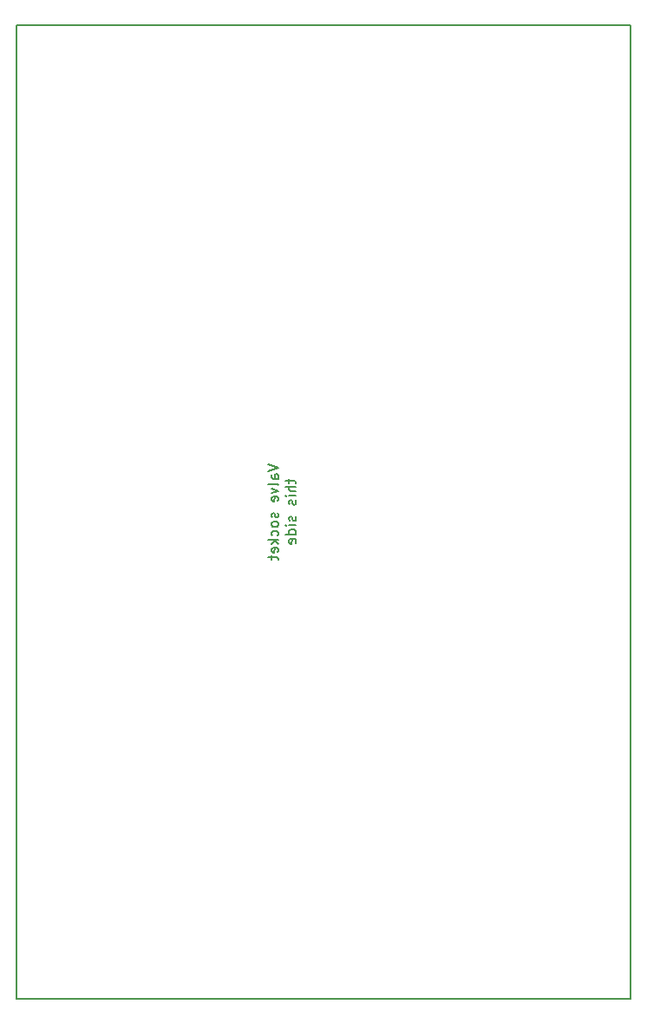
<source format=gbr>
%TF.GenerationSoftware,KiCad,Pcbnew,(5.1.5-0-10_14)*%
%TF.CreationDate,2020-09-13T21:17:04+01:00*%
%TF.ProjectId,PhasePCB,50686173-6550-4434-922e-6b696361645f,rev?*%
%TF.SameCoordinates,Original*%
%TF.FileFunction,Legend,Bot*%
%TF.FilePolarity,Positive*%
%FSLAX46Y46*%
G04 Gerber Fmt 4.6, Leading zero omitted, Abs format (unit mm)*
G04 Created by KiCad (PCBNEW (5.1.5-0-10_14)) date 2020-09-13 21:17:04*
%MOMM*%
%LPD*%
G04 APERTURE LIST*
%ADD10C,0.150000*%
%ADD11C,0.200000*%
G04 APERTURE END LIST*
D10*
X232500000Y-57500000D02*
X172500000Y-57500000D01*
X232500000Y-152500000D02*
X232500000Y-57500000D01*
X172500000Y-152500000D02*
X232500000Y-152500000D01*
X172500000Y-57500000D02*
X172500000Y-152500000D01*
D11*
X197102380Y-100357142D02*
X198102380Y-100690476D01*
X197102380Y-101023809D01*
X198102380Y-101785714D02*
X197578571Y-101785714D01*
X197483333Y-101738095D01*
X197435714Y-101642857D01*
X197435714Y-101452380D01*
X197483333Y-101357142D01*
X198054761Y-101785714D02*
X198102380Y-101690476D01*
X198102380Y-101452380D01*
X198054761Y-101357142D01*
X197959523Y-101309523D01*
X197864285Y-101309523D01*
X197769047Y-101357142D01*
X197721428Y-101452380D01*
X197721428Y-101690476D01*
X197673809Y-101785714D01*
X198102380Y-102404761D02*
X198054761Y-102309523D01*
X197959523Y-102261904D01*
X197102380Y-102261904D01*
X197435714Y-102690476D02*
X198102380Y-102928571D01*
X197435714Y-103166666D01*
X198054761Y-103928571D02*
X198102380Y-103833333D01*
X198102380Y-103642857D01*
X198054761Y-103547619D01*
X197959523Y-103500000D01*
X197578571Y-103500000D01*
X197483333Y-103547619D01*
X197435714Y-103642857D01*
X197435714Y-103833333D01*
X197483333Y-103928571D01*
X197578571Y-103976190D01*
X197673809Y-103976190D01*
X197769047Y-103500000D01*
X198054761Y-105119047D02*
X198102380Y-105214285D01*
X198102380Y-105404761D01*
X198054761Y-105500000D01*
X197959523Y-105547619D01*
X197911904Y-105547619D01*
X197816666Y-105500000D01*
X197769047Y-105404761D01*
X197769047Y-105261904D01*
X197721428Y-105166666D01*
X197626190Y-105119047D01*
X197578571Y-105119047D01*
X197483333Y-105166666D01*
X197435714Y-105261904D01*
X197435714Y-105404761D01*
X197483333Y-105500000D01*
X198102380Y-106119047D02*
X198054761Y-106023809D01*
X198007142Y-105976190D01*
X197911904Y-105928571D01*
X197626190Y-105928571D01*
X197530952Y-105976190D01*
X197483333Y-106023809D01*
X197435714Y-106119047D01*
X197435714Y-106261904D01*
X197483333Y-106357142D01*
X197530952Y-106404761D01*
X197626190Y-106452380D01*
X197911904Y-106452380D01*
X198007142Y-106404761D01*
X198054761Y-106357142D01*
X198102380Y-106261904D01*
X198102380Y-106119047D01*
X198054761Y-107309523D02*
X198102380Y-107214285D01*
X198102380Y-107023809D01*
X198054761Y-106928571D01*
X198007142Y-106880952D01*
X197911904Y-106833333D01*
X197626190Y-106833333D01*
X197530952Y-106880952D01*
X197483333Y-106928571D01*
X197435714Y-107023809D01*
X197435714Y-107214285D01*
X197483333Y-107309523D01*
X198102380Y-107738095D02*
X197102380Y-107738095D01*
X197721428Y-107833333D02*
X198102380Y-108119047D01*
X197435714Y-108119047D02*
X197816666Y-107738095D01*
X198054761Y-108928571D02*
X198102380Y-108833333D01*
X198102380Y-108642857D01*
X198054761Y-108547619D01*
X197959523Y-108500000D01*
X197578571Y-108500000D01*
X197483333Y-108547619D01*
X197435714Y-108642857D01*
X197435714Y-108833333D01*
X197483333Y-108928571D01*
X197578571Y-108976190D01*
X197673809Y-108976190D01*
X197769047Y-108500000D01*
X197435714Y-109261904D02*
X197435714Y-109642857D01*
X197102380Y-109404761D02*
X197959523Y-109404761D01*
X198054761Y-109452380D01*
X198102380Y-109547619D01*
X198102380Y-109642857D01*
X199135714Y-101809523D02*
X199135714Y-102190476D01*
X198802380Y-101952380D02*
X199659523Y-101952380D01*
X199754761Y-102000000D01*
X199802380Y-102095238D01*
X199802380Y-102190476D01*
X199802380Y-102523809D02*
X198802380Y-102523809D01*
X199802380Y-102952380D02*
X199278571Y-102952380D01*
X199183333Y-102904761D01*
X199135714Y-102809523D01*
X199135714Y-102666666D01*
X199183333Y-102571428D01*
X199230952Y-102523809D01*
X199802380Y-103428571D02*
X199135714Y-103428571D01*
X198802380Y-103428571D02*
X198850000Y-103380952D01*
X198897619Y-103428571D01*
X198850000Y-103476190D01*
X198802380Y-103428571D01*
X198897619Y-103428571D01*
X199754761Y-103857142D02*
X199802380Y-103952380D01*
X199802380Y-104142857D01*
X199754761Y-104238095D01*
X199659523Y-104285714D01*
X199611904Y-104285714D01*
X199516666Y-104238095D01*
X199469047Y-104142857D01*
X199469047Y-104000000D01*
X199421428Y-103904761D01*
X199326190Y-103857142D01*
X199278571Y-103857142D01*
X199183333Y-103904761D01*
X199135714Y-104000000D01*
X199135714Y-104142857D01*
X199183333Y-104238095D01*
X199754761Y-105428571D02*
X199802380Y-105523809D01*
X199802380Y-105714285D01*
X199754761Y-105809523D01*
X199659523Y-105857142D01*
X199611904Y-105857142D01*
X199516666Y-105809523D01*
X199469047Y-105714285D01*
X199469047Y-105571428D01*
X199421428Y-105476190D01*
X199326190Y-105428571D01*
X199278571Y-105428571D01*
X199183333Y-105476190D01*
X199135714Y-105571428D01*
X199135714Y-105714285D01*
X199183333Y-105809523D01*
X199802380Y-106285714D02*
X199135714Y-106285714D01*
X198802380Y-106285714D02*
X198850000Y-106238095D01*
X198897619Y-106285714D01*
X198850000Y-106333333D01*
X198802380Y-106285714D01*
X198897619Y-106285714D01*
X199802380Y-107190476D02*
X198802380Y-107190476D01*
X199754761Y-107190476D02*
X199802380Y-107095238D01*
X199802380Y-106904761D01*
X199754761Y-106809523D01*
X199707142Y-106761904D01*
X199611904Y-106714285D01*
X199326190Y-106714285D01*
X199230952Y-106761904D01*
X199183333Y-106809523D01*
X199135714Y-106904761D01*
X199135714Y-107095238D01*
X199183333Y-107190476D01*
X199754761Y-108047619D02*
X199802380Y-107952380D01*
X199802380Y-107761904D01*
X199754761Y-107666666D01*
X199659523Y-107619047D01*
X199278571Y-107619047D01*
X199183333Y-107666666D01*
X199135714Y-107761904D01*
X199135714Y-107952380D01*
X199183333Y-108047619D01*
X199278571Y-108095238D01*
X199373809Y-108095238D01*
X199469047Y-107619047D01*
M02*

</source>
